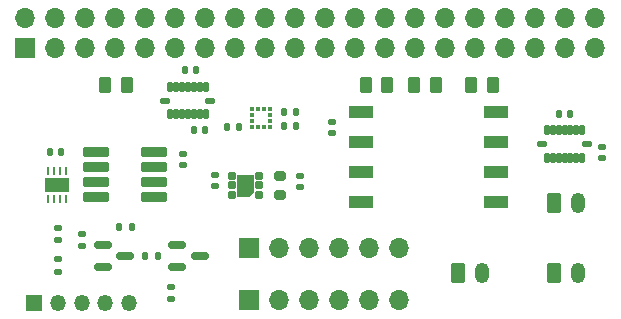
<source format=gts>
G04 #@! TF.GenerationSoftware,KiCad,Pcbnew,8.0.3*
G04 #@! TF.CreationDate,2024-06-13T11:49:56-06:00*
G04 #@! TF.ProjectId,PCB_Project,5043425f-5072-46f6-9a65-63742e6b6963,rev?*
G04 #@! TF.SameCoordinates,Original*
G04 #@! TF.FileFunction,Soldermask,Top*
G04 #@! TF.FilePolarity,Negative*
%FSLAX46Y46*%
G04 Gerber Fmt 4.6, Leading zero omitted, Abs format (unit mm)*
G04 Created by KiCad (PCBNEW 8.0.3) date 2024-06-13 11:49:56*
%MOMM*%
%LPD*%
G01*
G04 APERTURE LIST*
G04 Aperture macros list*
%AMRoundRect*
0 Rectangle with rounded corners*
0 $1 Rounding radius*
0 $2 $3 $4 $5 $6 $7 $8 $9 X,Y pos of 4 corners*
0 Add a 4 corners polygon primitive as box body*
4,1,4,$2,$3,$4,$5,$6,$7,$8,$9,$2,$3,0*
0 Add four circle primitives for the rounded corners*
1,1,$1+$1,$2,$3*
1,1,$1+$1,$4,$5*
1,1,$1+$1,$6,$7*
1,1,$1+$1,$8,$9*
0 Add four rect primitives between the rounded corners*
20,1,$1+$1,$2,$3,$4,$5,0*
20,1,$1+$1,$4,$5,$6,$7,0*
20,1,$1+$1,$6,$7,$8,$9,0*
20,1,$1+$1,$8,$9,$2,$3,0*%
G04 Aperture macros list end*
%ADD10C,0.010000*%
%ADD11RoundRect,0.102000X-0.175000X0.295000X-0.175000X-0.295000X0.175000X-0.295000X0.175000X0.295000X0*%
%ADD12RoundRect,0.102000X0.295000X0.175000X-0.295000X0.175000X-0.295000X-0.175000X0.295000X-0.175000X0*%
%ADD13RoundRect,0.102000X0.175000X-0.295000X0.175000X0.295000X-0.175000X0.295000X-0.175000X-0.295000X0*%
%ADD14RoundRect,0.102000X-0.295000X-0.175000X0.295000X-0.175000X0.295000X0.175000X-0.295000X0.175000X0*%
%ADD15RoundRect,0.140000X-0.170000X0.140000X-0.170000X-0.140000X0.170000X-0.140000X0.170000X0.140000X0*%
%ADD16RoundRect,0.140000X-0.140000X-0.170000X0.140000X-0.170000X0.140000X0.170000X-0.140000X0.170000X0*%
%ADD17R,1.700000X1.700000*%
%ADD18O,1.700000X1.700000*%
%ADD19RoundRect,0.102000X0.275000X0.200000X-0.275000X0.200000X-0.275000X-0.200000X0.275000X-0.200000X0*%
%ADD20RoundRect,0.250000X-0.350000X-0.625000X0.350000X-0.625000X0.350000X0.625000X-0.350000X0.625000X0*%
%ADD21O,1.200000X1.750000*%
%ADD22RoundRect,0.250000X0.262500X0.450000X-0.262500X0.450000X-0.262500X-0.450000X0.262500X-0.450000X0*%
%ADD23RoundRect,0.135000X-0.135000X-0.185000X0.135000X-0.185000X0.135000X0.185000X-0.135000X0.185000X0*%
%ADD24R,0.375000X0.350000*%
%ADD25R,0.350000X0.375000*%
%ADD26RoundRect,0.140000X0.170000X-0.140000X0.170000X0.140000X-0.170000X0.140000X-0.170000X-0.140000X0*%
%ADD27RoundRect,0.135000X-0.185000X0.135000X-0.185000X-0.135000X0.185000X-0.135000X0.185000X0.135000X0*%
%ADD28R,2.030000X1.140000*%
%ADD29RoundRect,0.140000X0.140000X0.170000X-0.140000X0.170000X-0.140000X-0.170000X0.140000X-0.170000X0*%
%ADD30RoundRect,0.135000X0.185000X-0.135000X0.185000X0.135000X-0.185000X0.135000X-0.185000X-0.135000X0*%
%ADD31RoundRect,0.150000X-0.587500X-0.150000X0.587500X-0.150000X0.587500X0.150000X-0.587500X0.150000X0*%
%ADD32RoundRect,0.200000X0.275000X-0.200000X0.275000X0.200000X-0.275000X0.200000X-0.275000X-0.200000X0*%
%ADD33R,1.350000X1.350000*%
%ADD34O,1.350000X1.350000*%
%ADD35R,0.254000X0.762000*%
%ADD36R,2.006600X1.295400*%
%ADD37RoundRect,0.250000X-0.262500X-0.450000X0.262500X-0.450000X0.262500X0.450000X-0.262500X0.450000X0*%
%ADD38RoundRect,0.100500X-0.986500X-0.301500X0.986500X-0.301500X0.986500X0.301500X-0.986500X0.301500X0*%
G04 APERTURE END LIST*
D10*
X115125000Y-85080000D02*
X114805000Y-85400000D01*
X113775000Y-85400000D01*
X113775000Y-83600000D01*
X115125000Y-83600000D01*
X115125000Y-85080000D01*
G36*
X115125000Y-85080000D02*
G01*
X114805000Y-85400000D01*
X113775000Y-85400000D01*
X113775000Y-83600000D01*
X115125000Y-83600000D01*
X115125000Y-85080000D01*
G37*
D11*
X108100000Y-76170000D03*
X108600000Y-76170000D03*
X109100000Y-76170000D03*
X109600000Y-76170000D03*
X110100000Y-76170000D03*
X110600000Y-76170000D03*
X111100000Y-76170000D03*
D12*
X111515000Y-77335000D03*
D13*
X111100000Y-78500000D03*
X110600000Y-78500000D03*
X110100000Y-78500000D03*
X109600000Y-78500000D03*
X109100000Y-78500000D03*
X108600000Y-78500000D03*
X108100000Y-78500000D03*
D14*
X107685000Y-77335000D03*
D15*
X109225000Y-81855000D03*
X109225000Y-82815000D03*
D16*
X109320000Y-74770000D03*
X110280000Y-74770000D03*
D17*
X114800000Y-94200000D03*
D18*
X117340000Y-94200000D03*
X119880000Y-94200000D03*
X122420000Y-94200000D03*
X124960000Y-94200000D03*
X127500000Y-94200000D03*
D15*
X121800000Y-79120000D03*
X121800000Y-80080000D03*
D19*
X115600000Y-85300000D03*
X115600000Y-84500000D03*
X115600000Y-83700000D03*
X113300000Y-83700000D03*
X113300000Y-84500000D03*
X113300000Y-85300000D03*
D16*
X110120000Y-79800000D03*
X111080000Y-79800000D03*
D20*
X140600000Y-91950000D03*
D21*
X142600000Y-91950000D03*
D22*
X130600000Y-76000000D03*
X128775000Y-76000000D03*
D23*
X106015000Y-90500000D03*
X107035000Y-90500000D03*
D15*
X119117500Y-83700000D03*
X119117500Y-84660000D03*
D24*
X115037500Y-78050000D03*
X115037500Y-78550000D03*
X115037500Y-79050000D03*
X115037500Y-79550000D03*
D25*
X115550000Y-79562500D03*
X116050000Y-79562500D03*
D24*
X116562500Y-79550000D03*
X116562500Y-79050000D03*
X116562500Y-78550000D03*
X116562500Y-78050000D03*
D25*
X116050000Y-78037500D03*
X115550000Y-78037500D03*
D22*
X104412500Y-76000000D03*
X102587500Y-76000000D03*
D26*
X144700000Y-82197500D03*
X144700000Y-81237500D03*
D27*
X108200000Y-93090000D03*
X108200000Y-94110000D03*
D15*
X111900000Y-83620000D03*
X111900000Y-84580000D03*
D11*
X140000000Y-79835000D03*
X140500000Y-79835000D03*
X141000000Y-79835000D03*
X141500000Y-79835000D03*
X142000000Y-79835000D03*
X142500000Y-79835000D03*
X143000000Y-79835000D03*
D12*
X143415000Y-81000000D03*
D13*
X143000000Y-82165000D03*
X142500000Y-82165000D03*
X142000000Y-82165000D03*
X141500000Y-82165000D03*
X141000000Y-82165000D03*
X140500000Y-82165000D03*
X140000000Y-82165000D03*
D14*
X139585000Y-81000000D03*
D28*
X124285000Y-78290000D03*
X124285000Y-80830000D03*
X124285000Y-83370000D03*
X124285000Y-85910000D03*
X135715000Y-85910000D03*
X135715000Y-83370000D03*
X135715000Y-80830000D03*
X135715000Y-78290000D03*
D23*
X103815000Y-88050000D03*
X104835000Y-88050000D03*
D27*
X98600000Y-88090000D03*
X98600000Y-89110000D03*
X98600000Y-90780000D03*
X98600000Y-91800000D03*
D29*
X98855000Y-81680800D03*
X97895000Y-81680800D03*
D16*
X117770000Y-78262500D03*
X118730000Y-78262500D03*
D30*
X100600000Y-89610000D03*
X100600000Y-88590000D03*
D17*
X114800000Y-89800000D03*
D18*
X117340000Y-89800000D03*
X119880000Y-89800000D03*
X122420000Y-89800000D03*
X124960000Y-89800000D03*
X127500000Y-89800000D03*
D31*
X102425000Y-89550000D03*
X102425000Y-91450000D03*
X104300000Y-90500000D03*
D20*
X132500000Y-91950000D03*
D21*
X134500000Y-91950000D03*
D20*
X140600000Y-86000000D03*
D21*
X142600000Y-86000000D03*
D29*
X113900000Y-79562500D03*
X112940000Y-79562500D03*
D32*
X117417500Y-85350000D03*
X117417500Y-83700000D03*
D33*
X96600000Y-94500000D03*
D34*
X98600000Y-94500000D03*
X100600000Y-94500000D03*
X102600000Y-94500000D03*
X104600000Y-94500000D03*
D16*
X117770000Y-79462500D03*
X118730000Y-79462500D03*
D22*
X135412500Y-76000000D03*
X133587500Y-76000000D03*
D35*
X97744999Y-85700000D03*
X98245000Y-85700000D03*
X98745000Y-85700000D03*
X99245001Y-85700000D03*
X99245001Y-83261600D03*
X98745000Y-83261600D03*
X98245000Y-83261600D03*
X97744999Y-83261600D03*
D36*
X98495000Y-84480800D03*
D37*
X124675000Y-76000000D03*
X126500000Y-76000000D03*
D38*
X101825000Y-81695000D03*
X101825000Y-82965000D03*
X101825000Y-84235000D03*
X101825000Y-85505000D03*
X106775000Y-85505000D03*
X106775000Y-84235000D03*
X106775000Y-82965000D03*
X106775000Y-81695000D03*
D31*
X108725000Y-89550000D03*
X108725000Y-91450000D03*
X110600000Y-90500000D03*
D16*
X141020000Y-78435000D03*
X141980000Y-78435000D03*
D17*
X95800000Y-72840000D03*
D18*
X95800000Y-70300000D03*
X98340000Y-72840000D03*
X98340000Y-70300000D03*
X100880000Y-72840000D03*
X100880000Y-70300000D03*
X103420000Y-72840000D03*
X103420000Y-70300000D03*
X105960000Y-72840000D03*
X105960000Y-70300000D03*
X108500000Y-72840000D03*
X108500000Y-70300000D03*
X111040000Y-72840000D03*
X111040000Y-70300000D03*
X113580000Y-72840000D03*
X113580000Y-70300000D03*
X116120000Y-72840000D03*
X116120000Y-70300000D03*
X118660000Y-72840000D03*
X118660000Y-70300000D03*
X121200000Y-72840000D03*
X121200000Y-70300000D03*
X123740000Y-72840000D03*
X123740000Y-70300000D03*
X126280000Y-72840000D03*
X126280000Y-70300000D03*
X128820000Y-72840000D03*
X128820000Y-70300000D03*
X131360000Y-72840000D03*
X131360000Y-70300000D03*
X133900000Y-72840000D03*
X133900000Y-70300000D03*
X136440000Y-72840000D03*
X136440000Y-70300000D03*
X138980000Y-72840000D03*
X138980000Y-70300000D03*
X141520000Y-72840000D03*
X141520000Y-70300000D03*
X144060000Y-72840000D03*
X144060000Y-70300000D03*
M02*

</source>
